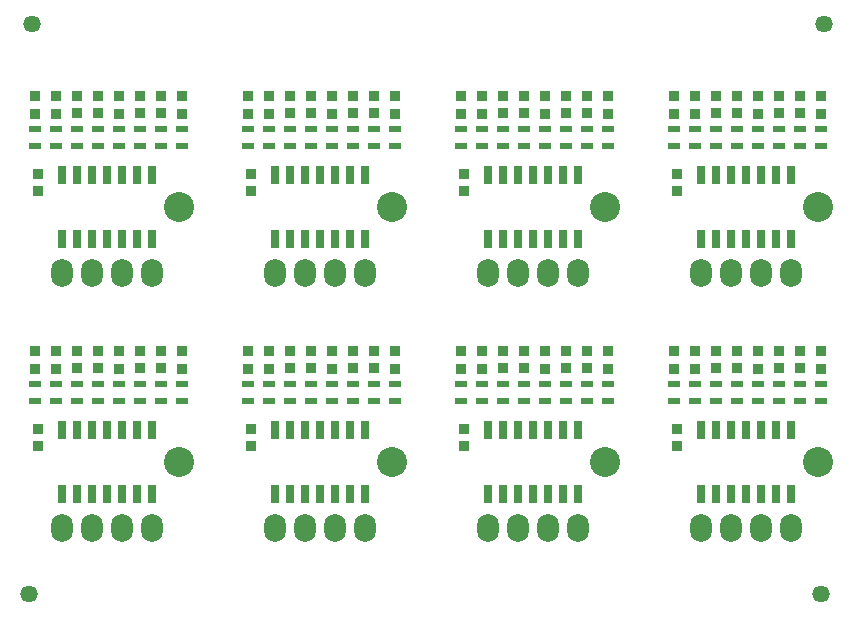
<source format=gts>
G04 #@! TF.FileFunction,Soldermask,Top*
%FSLAX46Y46*%
G04 Gerber Fmt 4.6, Leading zero omitted, Abs format (unit mm)*
G04 Created by KiCad (PCBNEW 4.0.5+dfsg1-4) date Mon Jun 15 22:33:41 2020*
%MOMM*%
%LPD*%
G01*
G04 APERTURE LIST*
%ADD10C,0.100000*%
%ADD11C,1.468000*%
%ADD12O,1.828800X2.401600*%
%ADD13R,0.701600X1.601600*%
%ADD14R,1.001600X0.601600*%
%ADD15R,0.851600X0.901600*%
%ADD16C,2.540000*%
%ADD17R,0.899160X0.899160*%
G04 APERTURE END LIST*
D10*
D11*
X118110000Y-120650000D03*
X118364000Y-72390000D03*
X185420000Y-72390000D03*
D12*
X138938000Y-115062000D03*
X141478000Y-115062000D03*
X144018000Y-115062000D03*
X146558000Y-115062000D03*
D13*
X138938000Y-112174000D03*
X140208000Y-112174000D03*
X141478000Y-112174000D03*
X142748000Y-112174000D03*
X144018000Y-112174000D03*
X145288000Y-112174000D03*
X146558000Y-112174000D03*
X146558000Y-106774000D03*
X145288000Y-106774000D03*
X144018000Y-106774000D03*
X142748000Y-106774000D03*
X141478000Y-106774000D03*
X140208000Y-106774000D03*
X138938000Y-106774000D03*
D14*
X140208000Y-104382000D03*
X140208000Y-102882000D03*
D15*
X136906000Y-108192000D03*
X136906000Y-106692000D03*
D16*
X148844000Y-109474000D03*
D17*
X149098000Y-101600000D03*
X149098000Y-100101400D03*
D14*
X149098000Y-104382000D03*
X149098000Y-102882000D03*
D17*
X147320000Y-101587300D03*
X147320000Y-100088700D03*
X143764000Y-101600000D03*
X143764000Y-100101400D03*
X145542000Y-101587300D03*
X145542000Y-100088700D03*
X141986000Y-101587300D03*
X141986000Y-100088700D03*
D14*
X141986000Y-104382000D03*
X141986000Y-102882000D03*
X145542000Y-104382000D03*
X145542000Y-102882000D03*
X143764000Y-104382000D03*
X143764000Y-102882000D03*
X147320000Y-104370000D03*
X147320000Y-102870000D03*
X125730000Y-82792000D03*
X125730000Y-81292000D03*
D16*
X130810000Y-87884000D03*
D12*
X120904000Y-93472000D03*
X123444000Y-93472000D03*
X125984000Y-93472000D03*
X128524000Y-93472000D03*
D13*
X120904000Y-90584000D03*
X122174000Y-90584000D03*
X123444000Y-90584000D03*
X124714000Y-90584000D03*
X125984000Y-90584000D03*
X127254000Y-90584000D03*
X128524000Y-90584000D03*
X128524000Y-85184000D03*
X127254000Y-85184000D03*
X125984000Y-85184000D03*
X124714000Y-85184000D03*
X123444000Y-85184000D03*
X122174000Y-85184000D03*
X120904000Y-85184000D03*
D14*
X143764000Y-82792000D03*
X143764000Y-81292000D03*
D16*
X148844000Y-87884000D03*
D14*
X149098000Y-82792000D03*
X149098000Y-81292000D03*
D15*
X136906000Y-86602000D03*
X136906000Y-85102000D03*
D12*
X138938000Y-93472000D03*
X141478000Y-93472000D03*
X144018000Y-93472000D03*
X146558000Y-93472000D03*
D13*
X138938000Y-90584000D03*
X140208000Y-90584000D03*
X141478000Y-90584000D03*
X142748000Y-90584000D03*
X144018000Y-90584000D03*
X145288000Y-90584000D03*
X146558000Y-90584000D03*
X146558000Y-85184000D03*
X145288000Y-85184000D03*
X144018000Y-85184000D03*
X142748000Y-85184000D03*
X141478000Y-85184000D03*
X140208000Y-85184000D03*
X138938000Y-85184000D03*
D14*
X123952000Y-82792000D03*
X123952000Y-81292000D03*
D15*
X118872000Y-86602000D03*
X118872000Y-85102000D03*
D14*
X118618000Y-82792000D03*
X118618000Y-81292000D03*
X120396000Y-82792000D03*
X120396000Y-81292000D03*
X122174000Y-82792000D03*
X122174000Y-81292000D03*
X138430000Y-82792000D03*
X138430000Y-81292000D03*
X140208000Y-82792000D03*
X140208000Y-81292000D03*
X136652000Y-82792000D03*
X136652000Y-81292000D03*
D17*
X138430000Y-80010000D03*
X138430000Y-78511400D03*
X136652000Y-80010000D03*
X136652000Y-78511400D03*
X140208000Y-79997300D03*
X140208000Y-78498700D03*
X141986000Y-79997300D03*
X141986000Y-78498700D03*
D14*
X141986000Y-82792000D03*
X141986000Y-81292000D03*
D17*
X131064000Y-80010000D03*
X131064000Y-78511400D03*
D14*
X127508000Y-82792000D03*
X127508000Y-81292000D03*
D17*
X129286000Y-79997300D03*
X129286000Y-78498700D03*
D14*
X129286000Y-82780000D03*
X129286000Y-81280000D03*
D17*
X125730000Y-80010000D03*
X125730000Y-78511400D03*
D14*
X131064000Y-82792000D03*
X131064000Y-81292000D03*
D17*
X127508000Y-79997300D03*
X127508000Y-78498700D03*
X118618000Y-80010000D03*
X118618000Y-78511400D03*
X122174000Y-79997300D03*
X122174000Y-78498700D03*
X120396000Y-80010000D03*
X120396000Y-78511400D03*
X123952000Y-79997300D03*
X123952000Y-78498700D03*
X149098000Y-80010000D03*
X149098000Y-78511400D03*
X143764000Y-80010000D03*
X143764000Y-78511400D03*
D14*
X145542000Y-82792000D03*
X145542000Y-81292000D03*
D17*
X147320000Y-79997300D03*
X147320000Y-78498700D03*
D14*
X147320000Y-82780000D03*
X147320000Y-81280000D03*
D17*
X145542000Y-79997300D03*
X145542000Y-78498700D03*
X138430000Y-101600000D03*
X138430000Y-100101400D03*
X136652000Y-101600000D03*
X136652000Y-100101400D03*
D14*
X136652000Y-104382000D03*
X136652000Y-102882000D03*
X138430000Y-104382000D03*
X138430000Y-102882000D03*
D17*
X140208000Y-101587300D03*
X140208000Y-100088700D03*
D12*
X120904000Y-115062000D03*
X123444000Y-115062000D03*
X125984000Y-115062000D03*
X128524000Y-115062000D03*
D15*
X118872000Y-108192000D03*
X118872000Y-106692000D03*
D16*
X130810000Y-109474000D03*
D13*
X120904000Y-112174000D03*
X122174000Y-112174000D03*
X123444000Y-112174000D03*
X124714000Y-112174000D03*
X125984000Y-112174000D03*
X127254000Y-112174000D03*
X128524000Y-112174000D03*
X128524000Y-106774000D03*
X127254000Y-106774000D03*
X125984000Y-106774000D03*
X124714000Y-106774000D03*
X123444000Y-106774000D03*
X122174000Y-106774000D03*
X120904000Y-106774000D03*
D17*
X131064000Y-101600000D03*
X131064000Y-100101400D03*
D14*
X129286000Y-104370000D03*
X129286000Y-102870000D03*
D17*
X129286000Y-101587300D03*
X129286000Y-100088700D03*
X127508000Y-101587300D03*
X127508000Y-100088700D03*
X125730000Y-101600000D03*
X125730000Y-100101400D03*
D14*
X123952000Y-104382000D03*
X123952000Y-102882000D03*
X131064000Y-104382000D03*
X131064000Y-102882000D03*
X125730000Y-104382000D03*
X125730000Y-102882000D03*
X127508000Y-104382000D03*
X127508000Y-102882000D03*
D17*
X123952000Y-101587300D03*
X123952000Y-100088700D03*
X118618000Y-101600000D03*
X118618000Y-100101400D03*
D14*
X118618000Y-104382000D03*
X118618000Y-102882000D03*
D17*
X122174000Y-101587300D03*
X122174000Y-100088700D03*
X120396000Y-101600000D03*
X120396000Y-100101400D03*
D14*
X122174000Y-104382000D03*
X122174000Y-102882000D03*
X120396000Y-104382000D03*
X120396000Y-102882000D03*
D12*
X175006000Y-93472000D03*
X177546000Y-93472000D03*
X180086000Y-93472000D03*
X182626000Y-93472000D03*
D13*
X175006000Y-90584000D03*
X176276000Y-90584000D03*
X177546000Y-90584000D03*
X178816000Y-90584000D03*
X180086000Y-90584000D03*
X181356000Y-90584000D03*
X182626000Y-90584000D03*
X182626000Y-85184000D03*
X181356000Y-85184000D03*
X180086000Y-85184000D03*
X178816000Y-85184000D03*
X177546000Y-85184000D03*
X176276000Y-85184000D03*
X175006000Y-85184000D03*
D15*
X172974000Y-86602000D03*
X172974000Y-85102000D03*
D14*
X178054000Y-82792000D03*
X178054000Y-81292000D03*
D17*
X185166000Y-80010000D03*
X185166000Y-78511400D03*
X179832000Y-80010000D03*
X179832000Y-78511400D03*
X183388000Y-79997300D03*
X183388000Y-78498700D03*
X181610000Y-79997300D03*
X181610000Y-78498700D03*
X178054000Y-79997300D03*
X178054000Y-78498700D03*
X172720000Y-80010000D03*
X172720000Y-78511400D03*
D14*
X174498000Y-82792000D03*
X174498000Y-81292000D03*
D17*
X174498000Y-80010000D03*
X174498000Y-78511400D03*
D14*
X172720000Y-82792000D03*
X172720000Y-81292000D03*
X176276000Y-82792000D03*
X176276000Y-81292000D03*
D17*
X176276000Y-79997300D03*
X176276000Y-78498700D03*
D14*
X156464000Y-82792000D03*
X156464000Y-81292000D03*
D17*
X160020000Y-79997300D03*
X160020000Y-78498700D03*
X158242000Y-79997300D03*
X158242000Y-78498700D03*
X156464000Y-80010000D03*
X156464000Y-78511400D03*
X154686000Y-80010000D03*
X154686000Y-78511400D03*
D14*
X158242000Y-82792000D03*
X158242000Y-81292000D03*
X154686000Y-82792000D03*
X154686000Y-81292000D03*
D13*
X156972000Y-90584000D03*
X158242000Y-90584000D03*
X159512000Y-90584000D03*
X160782000Y-90584000D03*
X162052000Y-90584000D03*
X163322000Y-90584000D03*
X164592000Y-90584000D03*
X164592000Y-85184000D03*
X163322000Y-85184000D03*
X162052000Y-85184000D03*
X160782000Y-85184000D03*
X159512000Y-85184000D03*
X158242000Y-85184000D03*
X156972000Y-85184000D03*
D12*
X156972000Y-93472000D03*
X159512000Y-93472000D03*
X162052000Y-93472000D03*
X164592000Y-93472000D03*
D14*
X163576000Y-82792000D03*
X163576000Y-81292000D03*
X160020000Y-82792000D03*
X160020000Y-81292000D03*
X167132000Y-82792000D03*
X167132000Y-81292000D03*
D15*
X154940000Y-86602000D03*
X154940000Y-85102000D03*
D14*
X161798000Y-82792000D03*
X161798000Y-81292000D03*
D16*
X166878000Y-87884000D03*
D17*
X167132000Y-80010000D03*
X167132000Y-78511400D03*
D14*
X165354000Y-82780000D03*
X165354000Y-81280000D03*
D17*
X165354000Y-79997300D03*
X165354000Y-78498700D03*
X163576000Y-79997300D03*
X163576000Y-78498700D03*
X161798000Y-80010000D03*
X161798000Y-78511400D03*
D14*
X185166000Y-82792000D03*
X185166000Y-81292000D03*
X181610000Y-82792000D03*
X181610000Y-81292000D03*
X183388000Y-82780000D03*
X183388000Y-81280000D03*
X179832000Y-82792000D03*
X179832000Y-81292000D03*
D16*
X184912000Y-87884000D03*
D17*
X161798000Y-101600000D03*
X161798000Y-100101400D03*
D14*
X165354000Y-104370000D03*
X165354000Y-102870000D03*
X163576000Y-104382000D03*
X163576000Y-102882000D03*
D17*
X167132000Y-101600000D03*
X167132000Y-100101400D03*
X165354000Y-101587300D03*
X165354000Y-100088700D03*
X163576000Y-101587300D03*
X163576000Y-100088700D03*
D16*
X166878000Y-109474000D03*
D14*
X161798000Y-104382000D03*
X161798000Y-102882000D03*
D13*
X156972000Y-112174000D03*
X158242000Y-112174000D03*
X159512000Y-112174000D03*
X160782000Y-112174000D03*
X162052000Y-112174000D03*
X163322000Y-112174000D03*
X164592000Y-112174000D03*
X164592000Y-106774000D03*
X163322000Y-106774000D03*
X162052000Y-106774000D03*
X160782000Y-106774000D03*
X159512000Y-106774000D03*
X158242000Y-106774000D03*
X156972000Y-106774000D03*
D14*
X167132000Y-104382000D03*
X167132000Y-102882000D03*
D15*
X154940000Y-108192000D03*
X154940000Y-106692000D03*
D14*
X160020000Y-104382000D03*
X160020000Y-102882000D03*
D12*
X156972000Y-115062000D03*
X159512000Y-115062000D03*
X162052000Y-115062000D03*
X164592000Y-115062000D03*
D14*
X158242000Y-104382000D03*
X158242000Y-102882000D03*
X156464000Y-104382000D03*
X156464000Y-102882000D03*
D17*
X158242000Y-101587300D03*
X158242000Y-100088700D03*
X160020000Y-101587300D03*
X160020000Y-100088700D03*
X156464000Y-101600000D03*
X156464000Y-100101400D03*
X154686000Y-101600000D03*
X154686000Y-100101400D03*
D14*
X154686000Y-104382000D03*
X154686000Y-102882000D03*
D15*
X172974000Y-108192000D03*
X172974000Y-106692000D03*
D17*
X172720000Y-101600000D03*
X172720000Y-100101400D03*
X174498000Y-101600000D03*
X174498000Y-100101400D03*
X176276000Y-101587300D03*
X176276000Y-100088700D03*
X178054000Y-101587300D03*
X178054000Y-100088700D03*
X179832000Y-101600000D03*
X179832000Y-100101400D03*
X181610000Y-101587300D03*
X181610000Y-100088700D03*
X183388000Y-101587300D03*
X183388000Y-100088700D03*
X185166000Y-101600000D03*
X185166000Y-100101400D03*
D14*
X172720000Y-104382000D03*
X172720000Y-102882000D03*
X174498000Y-104382000D03*
X174498000Y-102882000D03*
X176276000Y-104382000D03*
X176276000Y-102882000D03*
X178054000Y-104382000D03*
X178054000Y-102882000D03*
X179832000Y-104382000D03*
X179832000Y-102882000D03*
X181610000Y-104382000D03*
X181610000Y-102882000D03*
X183388000Y-104370000D03*
X183388000Y-102870000D03*
X185166000Y-104382000D03*
X185166000Y-102882000D03*
D13*
X175006000Y-112174000D03*
X176276000Y-112174000D03*
X177546000Y-112174000D03*
X178816000Y-112174000D03*
X180086000Y-112174000D03*
X181356000Y-112174000D03*
X182626000Y-112174000D03*
X182626000Y-106774000D03*
X181356000Y-106774000D03*
X180086000Y-106774000D03*
X178816000Y-106774000D03*
X177546000Y-106774000D03*
X176276000Y-106774000D03*
X175006000Y-106774000D03*
D12*
X175006000Y-115062000D03*
X177546000Y-115062000D03*
X180086000Y-115062000D03*
X182626000Y-115062000D03*
D16*
X184912000Y-109474000D03*
D11*
X185166000Y-120650000D03*
M02*

</source>
